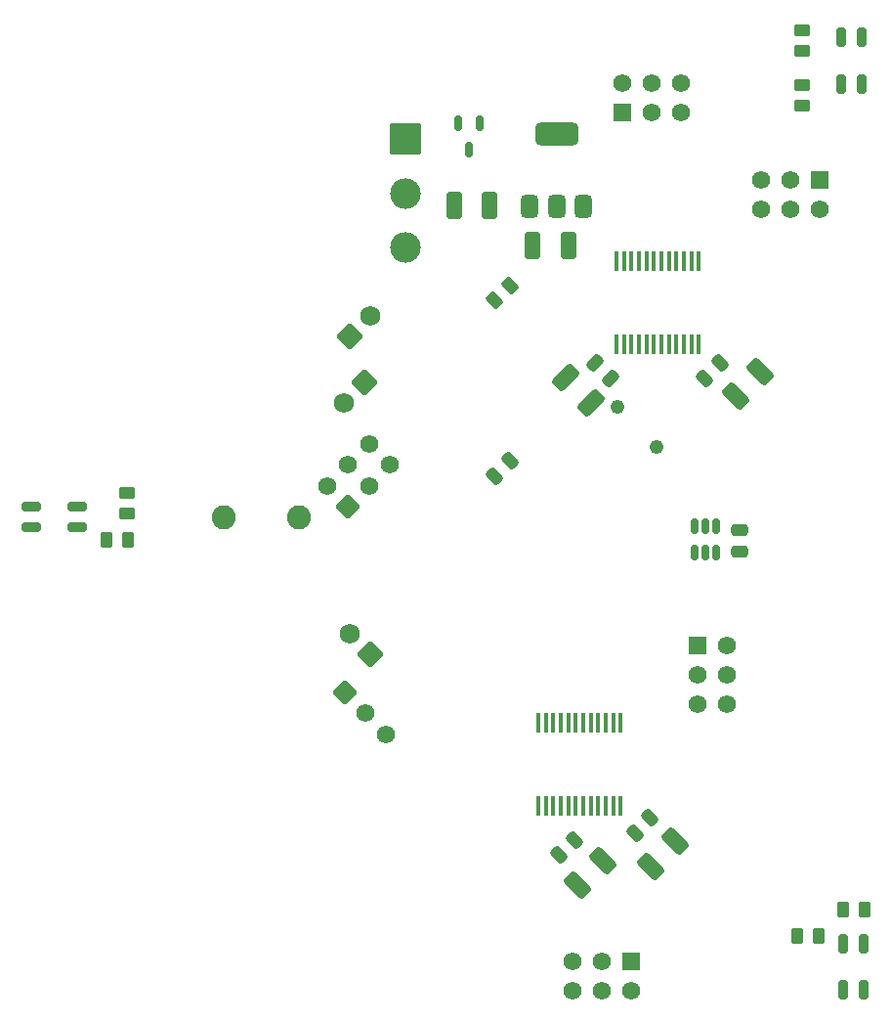
<source format=gbs>
G04 #@! TF.GenerationSoftware,KiCad,Pcbnew,8.0.1*
G04 #@! TF.CreationDate,2024-05-31T17:56:36+02:00*
G04 #@! TF.ProjectId,minisumo_pcb,6d696e69-7375-46d6-9f5f-7063622e6b69,rev?*
G04 #@! TF.SameCoordinates,Original*
G04 #@! TF.FileFunction,Soldermask,Bot*
G04 #@! TF.FilePolarity,Negative*
%FSLAX46Y46*%
G04 Gerber Fmt 4.6, Leading zero omitted, Abs format (unit mm)*
G04 Created by KiCad (PCBNEW 8.0.1) date 2024-05-31 17:56:36*
%MOMM*%
%LPD*%
G01*
G04 APERTURE LIST*
G04 Aperture macros list*
%AMRoundRect*
0 Rectangle with rounded corners*
0 $1 Rounding radius*
0 $2 $3 $4 $5 $6 $7 $8 $9 X,Y pos of 4 corners*
0 Add a 4 corners polygon primitive as box body*
4,1,4,$2,$3,$4,$5,$6,$7,$8,$9,$2,$3,0*
0 Add four circle primitives for the rounded corners*
1,1,$1+$1,$2,$3*
1,1,$1+$1,$4,$5*
1,1,$1+$1,$6,$7*
1,1,$1+$1,$8,$9*
0 Add four rect primitives between the rounded corners*
20,1,$1+$1,$2,$3,$4,$5,0*
20,1,$1+$1,$4,$5,$6,$7,0*
20,1,$1+$1,$6,$7,$8,$9,0*
20,1,$1+$1,$8,$9,$2,$3,0*%
G04 Aperture macros list end*
%ADD10RoundRect,0.102000X-1.081873X0.000000X0.000000X-1.081873X1.081873X0.000000X0.000000X1.081873X0*%
%ADD11C,1.734000*%
%ADD12RoundRect,0.102000X-1.225000X-1.225000X1.225000X-1.225000X1.225000X1.225000X-1.225000X1.225000X0*%
%ADD13C,2.654000*%
%ADD14RoundRect,0.102000X0.968736X0.000000X0.000000X0.968736X-0.968736X0.000000X0.000000X-0.968736X0*%
%ADD15C,1.574000*%
%ADD16C,1.234000*%
%ADD17RoundRect,0.102000X-0.685000X-0.685000X0.685000X-0.685000X0.685000X0.685000X-0.685000X0.685000X0*%
%ADD18RoundRect,0.102000X-0.685000X0.685000X-0.685000X-0.685000X0.685000X-0.685000X0.685000X0.685000X0*%
%ADD19RoundRect,0.102000X0.000000X-0.968736X0.968736X0.000000X0.000000X0.968736X-0.968736X0.000000X0*%
%ADD20RoundRect,0.102000X0.000000X1.081873X-1.081873X0.000000X0.000000X-1.081873X1.081873X0.000000X0*%
%ADD21RoundRect,0.102000X0.685000X0.685000X-0.685000X0.685000X-0.685000X-0.685000X0.685000X-0.685000X0*%
%ADD22C,2.079000*%
%ADD23RoundRect,0.102000X0.000000X-1.081873X1.081873X0.000000X0.000000X1.081873X-1.081873X0.000000X0*%
%ADD24R,0.450000X1.750000*%
%ADD25RoundRect,0.250000X0.262500X0.450000X-0.262500X0.450000X-0.262500X-0.450000X0.262500X-0.450000X0*%
%ADD26RoundRect,0.250000X-0.159099X0.512652X-0.512652X0.159099X0.159099X-0.512652X0.512652X-0.159099X0*%
%ADD27RoundRect,0.197500X0.632500X-0.197500X0.632500X0.197500X-0.632500X0.197500X-0.632500X-0.197500X0*%
%ADD28RoundRect,0.250000X-0.262500X-0.450000X0.262500X-0.450000X0.262500X0.450000X-0.262500X0.450000X0*%
%ADD29RoundRect,0.250000X0.512652X0.159099X0.159099X0.512652X-0.512652X-0.159099X-0.159099X-0.512652X0*%
%ADD30RoundRect,0.250000X0.945755X0.362392X0.362392X0.945755X-0.945755X-0.362392X-0.362392X-0.945755X0*%
%ADD31RoundRect,0.250000X0.475000X-0.250000X0.475000X0.250000X-0.475000X0.250000X-0.475000X-0.250000X0*%
%ADD32RoundRect,0.250000X-0.362392X0.945755X-0.945755X0.362392X0.362392X-0.945755X0.945755X-0.362392X0*%
%ADD33RoundRect,0.250000X0.362392X-0.945755X0.945755X-0.362392X-0.362392X0.945755X-0.945755X0.362392X0*%
%ADD34RoundRect,0.250000X-0.412500X-0.925000X0.412500X-0.925000X0.412500X0.925000X-0.412500X0.925000X0*%
%ADD35RoundRect,0.150000X-0.150000X0.512500X-0.150000X-0.512500X0.150000X-0.512500X0.150000X0.512500X0*%
%ADD36RoundRect,0.250000X0.159099X-0.512652X0.512652X-0.159099X-0.159099X0.512652X-0.512652X0.159099X0*%
%ADD37RoundRect,0.197500X0.197500X0.632500X-0.197500X0.632500X-0.197500X-0.632500X0.197500X-0.632500X0*%
%ADD38RoundRect,0.250000X0.450000X-0.262500X0.450000X0.262500X-0.450000X0.262500X-0.450000X-0.262500X0*%
%ADD39RoundRect,0.375000X0.375000X-0.625000X0.375000X0.625000X-0.375000X0.625000X-0.375000X-0.625000X0*%
%ADD40RoundRect,0.500000X1.400000X-0.500000X1.400000X0.500000X-1.400000X0.500000X-1.400000X-0.500000X0*%
%ADD41RoundRect,0.250000X0.412500X0.925000X-0.412500X0.925000X-0.412500X-0.925000X0.412500X-0.925000X0*%
%ADD42RoundRect,0.250000X-0.132583X0.503814X-0.503814X0.132583X0.132583X-0.503814X0.503814X-0.132583X0*%
%ADD43RoundRect,0.250000X-0.450000X0.262500X-0.450000X-0.262500X0.450000X-0.262500X0.450000X0.262500X0*%
G04 APERTURE END LIST*
D10*
X110645561Y-114091242D03*
D11*
X108849509Y-112295190D03*
D12*
X113747535Y-69493216D03*
D13*
X113747535Y-74193216D03*
X113747535Y-78893216D03*
D14*
X108451484Y-117397165D03*
D15*
X110247535Y-119193216D03*
X112043586Y-120989267D03*
D16*
X135495341Y-96100341D03*
X132044659Y-92649659D03*
D17*
X132497500Y-67213216D03*
D15*
X132497500Y-64673216D03*
X135037500Y-67213216D03*
X135037500Y-64673216D03*
X137577500Y-67213216D03*
X137577500Y-64673216D03*
D18*
X139065000Y-113317500D03*
D15*
X141605000Y-113317500D03*
X139065000Y-115857500D03*
X141605000Y-115857500D03*
X139065000Y-118397499D03*
X141605000Y-118397500D03*
D19*
X108747535Y-101285318D03*
D15*
X106951484Y-99489267D03*
X110543586Y-99489267D03*
X108747535Y-97693216D03*
X112339637Y-97693216D03*
X110543586Y-95897164D03*
D20*
X108849509Y-86591242D03*
D11*
X110645561Y-84795190D03*
D21*
X133247535Y-140653216D03*
D15*
X133247535Y-143193216D03*
X130707535Y-140653216D03*
X130707535Y-143193216D03*
X128167535Y-140653216D03*
X128167535Y-143193216D03*
D21*
X149572500Y-73025000D03*
D15*
X149572500Y-75565000D03*
X147032500Y-73025000D03*
X147032500Y-75565000D03*
X144492501Y-73025000D03*
X144492500Y-75565000D03*
D22*
X97997535Y-102193216D03*
X104497535Y-102193216D03*
D23*
X110145561Y-90565190D03*
D11*
X108349509Y-92361242D03*
D24*
X125225000Y-120000000D03*
X125875000Y-120000000D03*
X126525000Y-120000001D03*
X127175000Y-120000000D03*
X127824999Y-120000000D03*
X128475000Y-120000000D03*
X129125000Y-120000000D03*
X129775001Y-120000000D03*
X130425000Y-120000000D03*
X131075000Y-120000001D03*
X131725000Y-120000000D03*
X132375000Y-120000000D03*
X132375000Y-127200000D03*
X131725000Y-127200000D03*
X131075000Y-127199999D03*
X130425000Y-127200000D03*
X129775001Y-127200000D03*
X129125000Y-127200000D03*
X128475000Y-127200000D03*
X127824999Y-127200000D03*
X127175000Y-127200000D03*
X126525000Y-127199999D03*
X125875000Y-127200000D03*
X125225000Y-127200000D03*
D25*
X89660035Y-104193216D03*
X87835035Y-104193216D03*
D26*
X134920984Y-128222175D03*
X133577482Y-129565677D03*
D27*
X81247535Y-103093216D03*
X85247535Y-103093216D03*
X81247535Y-101293216D03*
X85247535Y-101293216D03*
D28*
X147663284Y-138443216D03*
X149488284Y-138443216D03*
D26*
X128321141Y-130136218D03*
X126977639Y-131479720D03*
D29*
X131481751Y-90206751D03*
X130138249Y-88863249D03*
D30*
X129809354Y-92344354D03*
X127635000Y-90170000D03*
D31*
X142700000Y-105227499D03*
X142700000Y-103327501D03*
D32*
X130787177Y-131912823D03*
X128612823Y-134087177D03*
D33*
X142297823Y-91772177D03*
X144472177Y-89597823D03*
D34*
X124762500Y-78693216D03*
X127837500Y-78693216D03*
D35*
X118250001Y-68125000D03*
X120149999Y-68125000D03*
X119200000Y-70400000D03*
D28*
X151663284Y-136193216D03*
X153488284Y-136193216D03*
D32*
X137104177Y-130281623D03*
X134929823Y-132455977D03*
D35*
X138750001Y-103002500D03*
X139700000Y-103002500D03*
X140649999Y-103002500D03*
X140649999Y-105277500D03*
X139700000Y-105277500D03*
X138750001Y-105277500D03*
D36*
X139663249Y-90206751D03*
X141006751Y-88863249D03*
D37*
X153442699Y-143116216D03*
X153442699Y-139116216D03*
X151642699Y-143116216D03*
X151642699Y-139116216D03*
D38*
X148075784Y-61855716D03*
X148075784Y-60030716D03*
X148075784Y-66605716D03*
X148075784Y-64780716D03*
D39*
X129100000Y-75343216D03*
X126800000Y-75343215D03*
X124500000Y-75343216D03*
D40*
X126800000Y-69043217D03*
D41*
X121037500Y-75200000D03*
X117962500Y-75200000D03*
D42*
X122745235Y-82154765D03*
X121454765Y-83445235D03*
D43*
X89600000Y-100087500D03*
X89600000Y-101912500D03*
D37*
X153247535Y-64693216D03*
X153247535Y-60693216D03*
X151447535Y-64693216D03*
X151447535Y-60693216D03*
D36*
X121428249Y-98671751D03*
X122771751Y-97328249D03*
D24*
X131997177Y-80047823D03*
X132647177Y-80047823D03*
X133297177Y-80047824D03*
X133947177Y-80047823D03*
X134597176Y-80047823D03*
X135247177Y-80047823D03*
X135897177Y-80047823D03*
X136547178Y-80047823D03*
X137197177Y-80047823D03*
X137847177Y-80047824D03*
X138497177Y-80047823D03*
X139147177Y-80047823D03*
X139147177Y-87247823D03*
X138497177Y-87247823D03*
X137847177Y-87247822D03*
X137197177Y-87247823D03*
X136547178Y-87247823D03*
X135897177Y-87247823D03*
X135247177Y-87247823D03*
X134597176Y-87247823D03*
X133947177Y-87247823D03*
X133297177Y-87247822D03*
X132647177Y-87247823D03*
X131997177Y-87247823D03*
M02*

</source>
